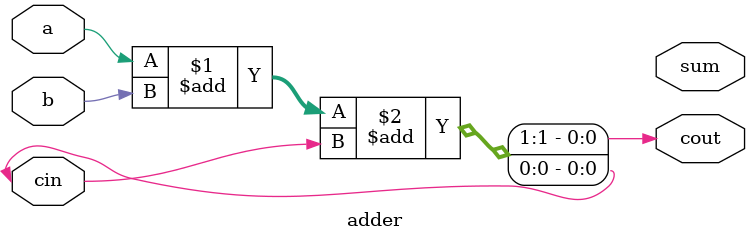
<source format=v>
module adder (cout, sum, a, b, cin);

output cout;
parameter size = 1;
output[size-1:0] sum;
input[size-1:0] a,b;
input cin;

assign {cout, cin} = a + b + cin;
    
endmodule
</source>
